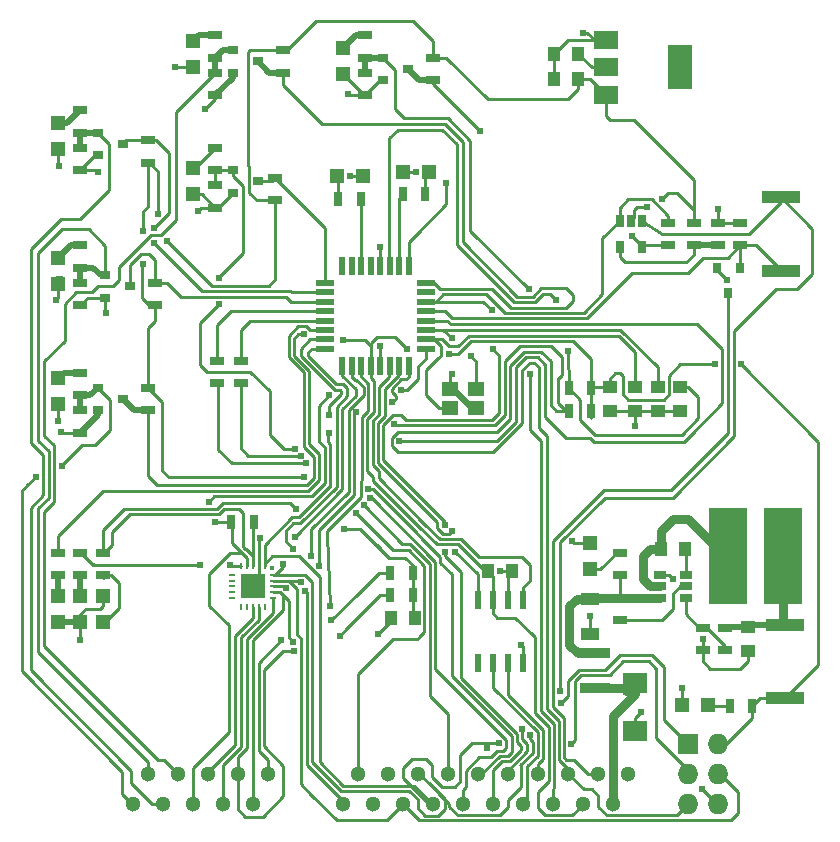
<source format=gtl>
G04 #@! TF.FileFunction,Copper,L1,Top,Signal*
%FSLAX46Y46*%
G04 Gerber Fmt 4.6, Leading zero omitted, Abs format (unit mm)*
G04 Created by KiCad (PCBNEW 4.0.7-e2-6376~58~ubuntu16.04.1) date Wed Dec 20 20:17:26 2017*
%MOMM*%
%LPD*%
G01*
G04 APERTURE LIST*
%ADD10C,0.100000*%
%ADD11R,1.200000X1.200000*%
%ADD12C,1.300000*%
%ADD13R,1.250000X1.000000*%
%ADD14R,0.600000X1.550000*%
%ADD15R,1.300000X0.700000*%
%ADD16R,1.600000X1.000000*%
%ADD17R,1.000000X1.250000*%
%ADD18R,2.159000X1.778000*%
%ADD19R,2.500000X0.900000*%
%ADD20R,3.300000X8.200000*%
%ADD21R,1.727200X1.727200*%
%ADD22O,1.727200X1.727200*%
%ADD23R,0.800000X0.900000*%
%ADD24R,0.900000X0.800000*%
%ADD25R,0.700000X1.300000*%
%ADD26R,3.200000X1.000000*%
%ADD27R,0.650000X1.060000*%
%ADD28R,1.060000X0.650000*%
%ADD29R,0.230000X0.550000*%
%ADD30R,0.550000X0.230000*%
%ADD31R,2.150000X2.150000*%
%ADD32R,0.435000X0.435000*%
%ADD33R,1.400000X1.200000*%
%ADD34R,0.550000X1.600000*%
%ADD35R,1.600000X0.550000*%
%ADD36R,2.000000X3.800000*%
%ADD37R,2.000000X1.500000*%
%ADD38C,0.609600*%
%ADD39C,0.254000*%
%ADD40C,0.508000*%
%ADD41C,0.500000*%
%ADD42C,0.762000*%
%ADD43C,0.200000*%
G04 APERTURE END LIST*
D10*
D11*
X141546400Y-85191600D03*
X143746400Y-85191600D03*
D12*
X161112200Y-135813800D03*
X163652200Y-135813800D03*
X166192200Y-135813800D03*
X158572200Y-135813800D03*
X164922200Y-138353800D03*
X162382200Y-138353800D03*
X159842200Y-138353800D03*
X157302200Y-138353800D03*
X156032200Y-135813800D03*
X154762200Y-138353800D03*
X153492200Y-135813800D03*
X152222200Y-138353800D03*
X150952200Y-135813800D03*
X149682200Y-138353800D03*
X148412200Y-135813800D03*
X147142200Y-138353800D03*
X145872200Y-135813800D03*
X144602200Y-138353800D03*
X143332200Y-135813800D03*
X142062200Y-138353800D03*
D11*
X121742200Y-122943800D03*
X121742200Y-120743800D03*
D13*
X166827200Y-103063800D03*
X166827200Y-105063800D03*
D14*
X157302200Y-121048800D03*
X156032200Y-121048800D03*
X154762200Y-121048800D03*
X153492200Y-121048800D03*
X153492200Y-126448800D03*
X154762200Y-126448800D03*
X156032200Y-126448800D03*
X157302200Y-126448800D03*
D15*
X175717200Y-91043800D03*
X175717200Y-89143800D03*
D13*
X164668200Y-103063800D03*
X164668200Y-105063800D03*
X170637200Y-103063800D03*
X170637200Y-105063800D03*
D16*
X163017200Y-120978800D03*
X163017200Y-123978800D03*
D13*
X168732200Y-103063800D03*
X168732200Y-105063800D03*
D17*
X171002200Y-116763800D03*
X169002200Y-116763800D03*
X161985200Y-77012800D03*
X159985200Y-77012800D03*
D13*
X176352200Y-123383800D03*
X176352200Y-125383800D03*
D17*
X161985200Y-74853800D03*
X159985200Y-74853800D03*
X154397200Y-118668800D03*
X156397200Y-118668800D03*
X148142200Y-122605800D03*
X146142200Y-122605800D03*
D18*
X166763700Y-132194300D03*
X166763700Y-128130300D03*
D11*
X163017200Y-118498800D03*
X163017200Y-116298800D03*
X172956400Y-129997200D03*
X170756400Y-129997200D03*
X129362200Y-84548800D03*
X129362200Y-86748800D03*
X117932200Y-80738800D03*
X117932200Y-82938800D03*
X117932200Y-92168800D03*
X117932200Y-94368800D03*
X117932200Y-102328800D03*
X117932200Y-104528800D03*
X142062200Y-74388800D03*
X142062200Y-76588800D03*
X129362200Y-73753800D03*
X129362200Y-75953800D03*
X119837200Y-120743800D03*
X119837200Y-122943800D03*
X117932200Y-120743800D03*
X117932200Y-122943800D03*
D19*
X163423600Y-128500800D03*
X163423600Y-125600800D03*
D12*
X129362200Y-138353800D03*
X126822200Y-138353800D03*
X124282200Y-138353800D03*
X131902200Y-138353800D03*
X125552200Y-135813800D03*
X128092200Y-135813800D03*
X130632200Y-135813800D03*
X133172200Y-135813800D03*
X134442200Y-138353800D03*
X135712200Y-135813800D03*
D20*
X174637200Y-117398800D03*
X179337200Y-117398800D03*
D21*
X171272200Y-133273800D03*
D22*
X173812200Y-133273800D03*
X171272200Y-135813800D03*
X173812200Y-135813800D03*
X171272200Y-138353800D03*
X173812200Y-138353800D03*
D23*
X175651200Y-92980800D03*
X173751200Y-92980800D03*
X174701200Y-95080800D03*
D24*
X132757200Y-84698800D03*
X132757200Y-86598800D03*
X134857200Y-85648800D03*
X121327200Y-81523800D03*
X121327200Y-83423800D03*
X123427200Y-82473800D03*
X121962200Y-93588800D03*
X121962200Y-95488800D03*
X124062200Y-94538800D03*
X121327200Y-103113800D03*
X121327200Y-105013800D03*
X123427200Y-104063800D03*
X145457200Y-75173800D03*
X145457200Y-77073800D03*
X147557200Y-76123800D03*
X132757200Y-74538800D03*
X132757200Y-76438800D03*
X134857200Y-75488800D03*
D25*
X163078200Y-103174800D03*
X161178200Y-103174800D03*
D15*
X165557200Y-118983800D03*
X165557200Y-117083800D03*
X169621200Y-91043800D03*
X169621200Y-89143800D03*
X165557200Y-120893800D03*
X165557200Y-122793800D03*
D25*
X163078200Y-105079800D03*
X161178200Y-105079800D03*
D15*
X172542200Y-123433800D03*
X172542200Y-125333800D03*
X174447200Y-125333800D03*
X174447200Y-123433800D03*
D26*
X179146200Y-93193800D03*
X179146200Y-86993800D03*
D15*
X171780200Y-91043800D03*
X171780200Y-89143800D03*
D26*
X179527200Y-129388800D03*
X179527200Y-123188800D03*
D15*
X173812200Y-89143800D03*
X173812200Y-91043800D03*
D25*
X176718000Y-130048000D03*
X174818000Y-130048000D03*
D15*
X131267200Y-84693800D03*
X131267200Y-82793800D03*
X119837200Y-81518800D03*
X119837200Y-79618800D03*
X131267200Y-85968800D03*
X131267200Y-87868800D03*
X119837200Y-82793800D03*
X119837200Y-84693800D03*
X136347200Y-87233800D03*
X136347200Y-85333800D03*
X125552200Y-84058800D03*
X125552200Y-82158800D03*
X119837200Y-92948800D03*
X119837200Y-91048800D03*
X119837200Y-103743800D03*
X119837200Y-101843800D03*
X119837200Y-94223800D03*
X119837200Y-96123800D03*
X119837200Y-105018800D03*
X119837200Y-106918800D03*
X126187200Y-96123800D03*
X126187200Y-94223800D03*
X125552200Y-103113800D03*
X125552200Y-105013800D03*
X143967200Y-75168800D03*
X143967200Y-73268800D03*
X131267200Y-75168800D03*
X131267200Y-73268800D03*
X143967200Y-76443800D03*
X143967200Y-78343800D03*
X131267200Y-76443800D03*
X131267200Y-78343800D03*
X149682200Y-75173800D03*
X149682200Y-77073800D03*
X136982200Y-74538800D03*
X136982200Y-76438800D03*
X119837200Y-117083800D03*
X119837200Y-118983800D03*
X117932200Y-117083800D03*
X117932200Y-118983800D03*
X121742200Y-117083800D03*
X121742200Y-118983800D03*
D25*
X147965200Y-120700800D03*
X146065200Y-120700800D03*
X147965200Y-118795800D03*
X146065200Y-118795800D03*
D27*
X167396200Y-88993800D03*
X166446200Y-88993800D03*
X165496200Y-88993800D03*
X165496200Y-91193800D03*
X167396200Y-91193800D03*
D28*
X168902200Y-118988800D03*
X168902200Y-119938800D03*
X168902200Y-120888800D03*
X171102200Y-120888800D03*
X171102200Y-118988800D03*
X171102200Y-119938800D03*
D29*
X135442200Y-118213800D03*
X134942200Y-118213800D03*
X134442200Y-118213800D03*
X133942200Y-118213800D03*
X133442200Y-118213800D03*
D30*
X132717200Y-118938800D03*
X132717200Y-119438800D03*
X132717200Y-119938800D03*
X132717200Y-120438800D03*
X132717200Y-120938800D03*
D29*
X133442200Y-121663800D03*
X133942200Y-121663800D03*
X134442200Y-121663800D03*
X134942200Y-121663800D03*
X135442200Y-121663800D03*
D30*
X136167200Y-120938800D03*
X136167200Y-120438800D03*
X136167200Y-119938800D03*
X136167200Y-119438800D03*
X136167200Y-118938800D03*
D31*
X134442200Y-119938800D03*
D32*
X136044700Y-118336300D03*
D33*
X153322200Y-103263800D03*
X151122200Y-103263800D03*
X151122200Y-104863800D03*
X153322200Y-104863800D03*
D34*
X142030800Y-101278000D03*
X142830800Y-101278000D03*
X143630800Y-101278000D03*
X144430800Y-101278000D03*
X145230800Y-101278000D03*
X146030800Y-101278000D03*
X146830800Y-101278000D03*
X147630800Y-101278000D03*
D35*
X149080800Y-99828000D03*
X149080800Y-99028000D03*
X149080800Y-98228000D03*
X149080800Y-97428000D03*
X149080800Y-96628000D03*
X149080800Y-95828000D03*
X149080800Y-95028000D03*
X149080800Y-94228000D03*
D34*
X147630800Y-92778000D03*
X146830800Y-92778000D03*
X146030800Y-92778000D03*
X145230800Y-92778000D03*
X144430800Y-92778000D03*
X143630800Y-92778000D03*
X142830800Y-92778000D03*
X142030800Y-92778000D03*
D35*
X140580800Y-94228000D03*
X140580800Y-95028000D03*
X140580800Y-95828000D03*
X140580800Y-96628000D03*
X140580800Y-97428000D03*
X140580800Y-98228000D03*
X140580800Y-99028000D03*
X140580800Y-99828000D03*
D36*
X170612200Y-75996800D03*
D37*
X164312200Y-75996800D03*
X164312200Y-78296800D03*
X164312200Y-73696800D03*
D25*
X134503200Y-114503200D03*
X132603200Y-114503200D03*
D11*
X149334400Y-84836000D03*
X147134400Y-84836000D03*
D15*
X131368800Y-102753200D03*
X131368800Y-100853200D03*
X133400800Y-102753200D03*
X133400800Y-100853200D03*
D25*
X147132000Y-86715600D03*
X149032000Y-86715600D03*
X143596400Y-87122000D03*
X141696400Y-87122000D03*
D38*
X138760200Y-98602800D03*
X142062200Y-99047300D03*
X175780700Y-101142800D03*
X173558200Y-101142800D03*
X147523200Y-99809300D03*
X151015700Y-100253800D03*
X142646400Y-85191600D03*
X148234400Y-84836000D03*
X145034000Y-123952000D03*
X170789600Y-128524000D03*
X129794000Y-88138000D03*
X118211600Y-106883200D03*
X121310400Y-84836000D03*
X142494000Y-78282800D03*
X135077200Y-115824000D03*
X167335200Y-130543300D03*
X172478700Y-137083800D03*
X119837200Y-124510800D03*
X157175200Y-124891800D03*
X155397200Y-118605300D03*
X151333200Y-101968300D03*
X127838200Y-75933300D03*
X174574200Y-93967300D03*
X173812200Y-87998300D03*
X166573200Y-90284300D03*
X166827200Y-106349800D03*
X117932200Y-105905300D03*
X117741700Y-95681800D03*
X172542200Y-124383800D03*
X163017200Y-122478800D03*
X161429700Y-116128800D03*
X170002200Y-119303800D03*
X162382200Y-73075800D03*
X145237200Y-99618800D03*
X145237200Y-91236800D03*
X130378200Y-79552800D03*
X121996200Y-96824800D03*
X118059200Y-84378800D03*
X160096200Y-95681800D03*
X161112200Y-99999800D03*
X152882419Y-100426916D03*
X151269700Y-98920300D03*
X138785600Y-110693200D03*
X143205200Y-113690400D03*
X127139700Y-90665300D03*
X126377700Y-88379300D03*
X167843200Y-87807800D03*
X169113200Y-87172800D03*
X125171200Y-92633800D03*
X125171200Y-89839800D03*
X142138400Y-115062000D03*
X138125200Y-113398300D03*
X160528000Y-129844800D03*
X157886400Y-132486400D03*
X137998200Y-115747800D03*
X136982200Y-118033800D03*
X138506200Y-119557800D03*
X139395200Y-117398800D03*
X151587200Y-117017800D03*
X151282400Y-115265200D03*
X155295600Y-133197600D03*
X154228800Y-133604000D03*
X161391600Y-133299200D03*
X146848960Y-107628468D03*
X140919200Y-106984800D03*
X154686000Y-96570800D03*
X154736800Y-99872800D03*
X150672800Y-114706400D03*
X150723600Y-116992400D03*
X153670000Y-81381600D03*
X150825200Y-85750400D03*
X126060200Y-89585800D03*
X126060200Y-90855800D03*
X140919200Y-105410000D03*
X146405600Y-106222800D03*
X137871200Y-116763800D03*
X137236200Y-120065800D03*
X118313200Y-109728000D03*
X116078000Y-110642400D03*
X146964400Y-103327200D03*
X140919200Y-103733600D03*
X130708400Y-112776000D03*
X131216400Y-114503200D03*
X141833600Y-124104400D03*
X137922000Y-125425200D03*
X137871200Y-124637800D03*
X141099037Y-122760799D03*
X138938000Y-109524800D03*
X143814800Y-113080800D03*
X138480800Y-108915200D03*
X144322800Y-112471200D03*
X160477200Y-128828800D03*
X157226000Y-131978400D03*
X138023600Y-108305600D03*
X131572000Y-93827600D03*
X144221200Y-111709200D03*
X131572000Y-96062800D03*
X157886400Y-101955600D03*
X157835600Y-94792800D03*
X129946400Y-118160800D03*
X132473700Y-118160800D03*
X140970000Y-121615200D03*
X136855200Y-124510800D03*
X146253200Y-104343200D03*
X143205200Y-105206800D03*
X138836400Y-120294400D03*
X140055600Y-118211600D03*
D39*
X139209430Y-101684170D02*
X139209430Y-107916630D01*
X121754900Y-111861600D02*
X121310400Y-112306100D01*
X139141200Y-111861600D02*
X121754900Y-111861600D01*
X140055600Y-110947200D02*
X139141200Y-111861600D01*
X140055600Y-108762800D02*
X140055600Y-110947200D01*
X139209430Y-107916630D02*
X140055600Y-108762800D01*
X137922000Y-100396740D02*
X137922000Y-100177600D01*
X139209430Y-101684170D02*
X137922000Y-100396740D01*
X144145000Y-105918000D02*
X144145000Y-105740200D01*
X144678400Y-102558800D02*
X144430800Y-102311200D01*
X144678400Y-105206800D02*
X144678400Y-102558800D01*
X144145000Y-105740200D02*
X144678400Y-105206800D01*
X144145000Y-110159800D02*
X144145000Y-105918000D01*
X144430800Y-102311200D02*
X144430800Y-101278000D01*
X158318200Y-129082800D02*
X158318200Y-130683000D01*
X158318200Y-130683000D02*
X159512000Y-131876800D01*
X148513800Y-114884200D02*
X144627600Y-110998000D01*
X144627600Y-110642400D02*
X144145000Y-110159800D01*
X144627600Y-110998000D02*
X144627600Y-110642400D01*
X150063200Y-116382800D02*
X150012400Y-116382800D01*
X154127200Y-118668800D02*
X151841200Y-116382800D01*
X150063200Y-116382800D02*
X151841200Y-116382800D01*
X148513800Y-114884200D02*
X150012400Y-116382800D01*
X162382200Y-138353800D02*
X162382200Y-138404600D01*
X162382200Y-138404600D02*
X161493200Y-139293600D01*
X161493200Y-139293600D02*
X159207200Y-139293600D01*
X159207200Y-139293600D02*
X158597600Y-138684000D01*
X158597600Y-138684000D02*
X158597600Y-137312400D01*
X158597600Y-137312400D02*
X159512000Y-136398000D01*
X159512000Y-136398000D02*
X159512000Y-131876800D01*
X162382200Y-138353800D02*
X161874200Y-138353800D01*
X117932200Y-115684300D02*
X121310400Y-112306100D01*
X117932200Y-117083800D02*
X117932200Y-115684300D01*
X138760200Y-98602800D02*
X138277600Y-98602800D01*
X142951200Y-99047300D02*
X143903700Y-99047300D01*
X144475200Y-99618800D02*
X144475200Y-101233600D01*
X143903700Y-99047300D02*
X144475200Y-99618800D01*
X142062200Y-99047300D02*
X142951200Y-99047300D01*
X138277600Y-98602800D02*
X137922000Y-98958400D01*
X137922000Y-98958400D02*
X137922000Y-100177600D01*
X173812200Y-133273800D02*
X174523400Y-133273800D01*
X174523400Y-133273800D02*
X176718000Y-131079200D01*
X176718000Y-131079200D02*
X176718000Y-130048000D01*
X179527200Y-129388800D02*
X177377200Y-129388800D01*
X177377200Y-129388800D02*
X176718000Y-130048000D01*
X164668200Y-103063800D02*
X164668200Y-102349300D01*
X182321200Y-126594800D02*
X179527200Y-129388800D01*
X182321200Y-107683300D02*
X182321200Y-126594800D01*
X175780700Y-101142800D02*
X182321200Y-107683300D01*
X170637200Y-101142800D02*
X173558200Y-101142800D01*
X169684700Y-102095300D02*
X170637200Y-101142800D01*
X169684700Y-103682800D02*
X169684700Y-102095300D01*
X169240200Y-104127300D02*
X169684700Y-103682800D01*
X166192200Y-104127300D02*
X169240200Y-104127300D01*
X165747700Y-103682800D02*
X166192200Y-104127300D01*
X165747700Y-102158800D02*
X165747700Y-103682800D01*
X165493700Y-101904800D02*
X165747700Y-102158800D01*
X165112700Y-101904800D02*
X165493700Y-101904800D01*
X164668200Y-102349300D02*
X165112700Y-101904800D01*
X162128200Y-138099800D02*
X162382200Y-138353800D01*
X158064200Y-124002800D02*
X156667200Y-122605800D01*
X156667200Y-122605800D02*
X155143200Y-122605800D01*
X155143200Y-122605800D02*
X154762200Y-122224800D01*
X154762200Y-122224800D02*
X154762200Y-121048800D01*
X158318200Y-128003300D02*
X158318200Y-124256800D01*
X158318200Y-124256800D02*
X158064200Y-124002800D01*
X158318200Y-129082800D02*
X158318200Y-128003300D01*
X162128200Y-138099800D02*
X162382200Y-138353800D01*
X173812200Y-133273800D02*
X173812200Y-132638800D01*
X163078200Y-103174800D02*
X163078200Y-100695800D01*
X144430800Y-99345700D02*
X144430800Y-101278000D01*
X144983200Y-98793300D02*
X144430800Y-99345700D01*
X146507200Y-98793300D02*
X144983200Y-98793300D01*
X147523200Y-99809300D02*
X146507200Y-98793300D01*
X151841200Y-100253800D02*
X151015700Y-100253800D01*
X152920700Y-99174300D02*
X151841200Y-100253800D01*
X161556700Y-99174300D02*
X152920700Y-99174300D01*
X163078200Y-100695800D02*
X161556700Y-99174300D01*
X144475200Y-101233600D02*
X144430800Y-101278000D01*
X164668200Y-103063800D02*
X163189200Y-103063800D01*
X163189200Y-103063800D02*
X163078200Y-103174800D01*
X163078200Y-103174800D02*
X163078200Y-105079800D01*
X163078200Y-105079800D02*
X163078200Y-105648800D01*
X164811200Y-103174800D02*
X164922200Y-103063800D01*
X154762200Y-121048800D02*
X154762200Y-119033800D01*
X154762200Y-119033800D02*
X154397200Y-118668800D01*
X154397200Y-118668800D02*
X154127200Y-118668800D01*
X173812200Y-133273800D02*
X174447200Y-133273800D01*
X144430800Y-101278000D02*
X144430800Y-101949200D01*
X143746400Y-85191600D02*
X142646400Y-85191600D01*
X147134400Y-84836000D02*
X148234400Y-84836000D01*
X146142200Y-122605800D02*
X146142200Y-122843800D01*
X146142200Y-122843800D02*
X145034000Y-123952000D01*
X170756400Y-129997200D02*
X170756400Y-128557200D01*
X170756400Y-128557200D02*
X170789600Y-128524000D01*
X159985200Y-77012800D02*
X159985200Y-74853800D01*
X131267200Y-87868800D02*
X130063200Y-87868800D01*
X130063200Y-87868800D02*
X129794000Y-88138000D01*
X119837200Y-106918800D02*
X118247200Y-106918800D01*
X118247200Y-106918800D02*
X118211600Y-106883200D01*
X119837200Y-84693800D02*
X121168200Y-84693800D01*
X121168200Y-84693800D02*
X121310400Y-84836000D01*
X143967200Y-78343800D02*
X142555000Y-78343800D01*
X142555000Y-78343800D02*
X142494000Y-78282800D01*
X134942200Y-118213800D02*
X134942200Y-115959000D01*
X134942200Y-115959000D02*
X135077200Y-115824000D01*
X166763700Y-132194300D02*
X166763700Y-131114800D01*
X166763700Y-131114800D02*
X167335200Y-130543300D01*
X173812200Y-138353800D02*
X173748700Y-138353800D01*
X173748700Y-138353800D02*
X172478700Y-137083800D01*
X173812200Y-138353800D02*
X173812200Y-137782300D01*
X173812200Y-138353800D02*
X173812200Y-137947398D01*
X134942200Y-118213800D02*
X134942200Y-119438800D01*
X134942200Y-119438800D02*
X134442200Y-119938800D01*
X121742200Y-120743800D02*
X121742200Y-121589800D01*
X119837200Y-122288300D02*
X119837200Y-122943800D01*
X120281700Y-121843800D02*
X119837200Y-122288300D01*
X121488200Y-121843800D02*
X120281700Y-121843800D01*
X121742200Y-121589800D02*
X121488200Y-121843800D01*
X119837200Y-122943800D02*
X119837200Y-124510800D01*
X157302200Y-126448800D02*
X157302200Y-125018800D01*
X157302200Y-125018800D02*
X157175200Y-124891800D01*
X156397200Y-118668800D02*
X155460700Y-118668800D01*
X155460700Y-118668800D02*
X155397200Y-118605300D01*
X156032200Y-121048800D02*
X156032200Y-119033800D01*
X156032200Y-119033800D02*
X156397200Y-118668800D01*
X151122200Y-103263800D02*
X151122200Y-102179300D01*
X151122200Y-102179300D02*
X151333200Y-101968300D01*
X129362200Y-75953800D02*
X127858700Y-75953800D01*
X127858700Y-75953800D02*
X127838200Y-75933300D01*
X173751200Y-92980800D02*
X173751200Y-93144300D01*
X173751200Y-93144300D02*
X174574200Y-93967300D01*
X173812200Y-89143800D02*
X173812200Y-87998300D01*
X169621200Y-91043800D02*
X167546200Y-91043800D01*
X167546200Y-91043800D02*
X167396200Y-91193800D01*
X167396200Y-91193800D02*
X167396200Y-91107300D01*
X167396200Y-91107300D02*
X166573200Y-90284300D01*
X166827200Y-105063800D02*
X166827200Y-106349800D01*
X117932200Y-104528800D02*
X117932200Y-105905300D01*
X117932200Y-94368800D02*
X117932200Y-95491300D01*
X117932200Y-95491300D02*
X117741700Y-95681800D01*
X131267200Y-87868800D02*
X131487200Y-87868800D01*
X131487200Y-87868800D02*
X132757200Y-86598800D01*
X129362200Y-86748800D02*
X130147200Y-86748800D01*
X130147200Y-86748800D02*
X131267200Y-87868800D01*
X164668200Y-105063800D02*
X166827200Y-105063800D01*
X168732200Y-105063800D02*
X166827200Y-105063800D01*
X170637200Y-105063800D02*
X168732200Y-105063800D01*
X175717200Y-89143800D02*
X173812200Y-89143800D01*
X172542200Y-125333800D02*
X172542200Y-124383800D01*
X163017200Y-123978800D02*
X163017200Y-122478800D01*
X163017200Y-116298800D02*
X161599700Y-116298800D01*
X161599700Y-116298800D02*
X161429700Y-116128800D01*
X168902200Y-118988800D02*
X169687200Y-118988800D01*
X169687200Y-118988800D02*
X170002200Y-119303800D01*
X172542200Y-125333800D02*
X172542200Y-126288800D01*
X176352200Y-126288800D02*
X176352200Y-125383800D01*
X175717200Y-126923800D02*
X176352200Y-126288800D01*
X173177200Y-126923800D02*
X175717200Y-126923800D01*
X172542200Y-126288800D02*
X173177200Y-126923800D01*
X164312200Y-73696800D02*
X161142200Y-73696800D01*
X161142200Y-73696800D02*
X159985200Y-74853800D01*
X164312200Y-73696800D02*
X163384200Y-73696800D01*
X163384200Y-73696800D02*
X162763200Y-73075800D01*
X162763200Y-73075800D02*
X162382200Y-73075800D01*
X163790200Y-74218800D02*
X164312200Y-73696800D01*
X145230800Y-101278000D02*
X145230800Y-99625200D01*
X145230800Y-99625200D02*
X145237200Y-99618800D01*
X145230800Y-92778000D02*
X145230800Y-91243200D01*
X145230800Y-91243200D02*
X145237200Y-91236800D01*
X131267200Y-78343800D02*
X131267200Y-78663800D01*
X131267200Y-78663800D02*
X130378200Y-79552800D01*
X143967200Y-78343800D02*
X143817200Y-78343800D01*
X143817200Y-78343800D02*
X142062200Y-76588800D01*
X145457200Y-77073800D02*
X145237200Y-77073800D01*
X145237200Y-77073800D02*
X143967200Y-78343800D01*
X121962200Y-95488800D02*
X120472200Y-95488800D01*
X120472200Y-95488800D02*
X119837200Y-96123800D01*
X121962200Y-95488800D02*
X121962200Y-96790800D01*
X121962200Y-96790800D02*
X121996200Y-96824800D01*
X121327200Y-83423800D02*
X121107200Y-83423800D01*
X121107200Y-83423800D02*
X119837200Y-84693800D01*
X117932200Y-82938800D02*
X117932200Y-84251800D01*
X117932200Y-84251800D02*
X118059200Y-84378800D01*
D40*
X117932200Y-122943800D02*
X119837200Y-122943800D01*
X117832200Y-122843800D02*
X117932200Y-122943800D01*
X151422200Y-103263800D02*
X151122200Y-103263800D01*
X119837200Y-106918800D02*
X121327200Y-105428800D01*
X121327200Y-105013800D02*
X121327200Y-105428800D01*
X119687200Y-96123800D02*
X119837200Y-96123800D01*
X132757200Y-76438800D02*
X132757200Y-76853800D01*
X132757200Y-76853800D02*
X131267200Y-78343800D01*
X151422200Y-103263800D02*
X153022200Y-104863800D01*
X153022200Y-104863800D02*
X153322200Y-104863800D01*
D41*
X118186200Y-122766000D02*
X118160800Y-122791400D01*
X141986000Y-76411000D02*
X142136000Y-76411000D01*
X117856000Y-104732000D02*
X118006000Y-104732000D01*
X117856000Y-93886200D02*
X118260000Y-93886200D01*
D39*
X151688800Y-86055200D02*
X151688800Y-82499200D01*
X150469600Y-81280000D02*
X147218400Y-81280000D01*
X151688800Y-82499200D02*
X150469600Y-81280000D01*
X151688800Y-91033600D02*
X151688800Y-86055200D01*
X145999200Y-81991200D02*
X145999200Y-87426800D01*
X146710400Y-81280000D02*
X145999200Y-81991200D01*
X147218400Y-81280000D02*
X146710400Y-81280000D01*
X145999200Y-87426800D02*
X145999200Y-92746400D01*
X145999200Y-92746400D02*
X146030800Y-92778000D01*
X145999200Y-92746400D02*
X146030800Y-92778000D01*
X159613600Y-95199200D02*
X159004000Y-95199200D01*
X156514800Y-95859600D02*
X151688800Y-91033600D01*
X158343600Y-95859600D02*
X156514800Y-95859600D01*
X159004000Y-95199200D02*
X158343600Y-95859600D01*
X161178200Y-103174800D02*
X161114700Y-100002300D01*
X160096200Y-95681800D02*
X159613600Y-95199200D01*
X161114700Y-100002300D02*
X161112200Y-99999800D01*
X170637200Y-103063800D02*
X171288200Y-103063800D01*
X162128200Y-104124800D02*
X161178200Y-103174800D01*
X162128200Y-105841800D02*
X162128200Y-104124800D01*
X163398200Y-107111800D02*
X162128200Y-105841800D01*
X170764200Y-107111800D02*
X163398200Y-107111800D01*
X172161200Y-105714800D02*
X170764200Y-107111800D01*
X172161200Y-103936800D02*
X172161200Y-105714800D01*
X171288200Y-103063800D02*
X172161200Y-103936800D01*
D42*
X163017200Y-120978800D02*
X161850200Y-120978800D01*
X161850200Y-120978800D02*
X161239200Y-121589800D01*
X161239200Y-121589800D02*
X161239200Y-124866400D01*
X161239200Y-124866400D02*
X161973600Y-125600800D01*
X161973600Y-125600800D02*
X163423600Y-125600800D01*
X161239200Y-121589800D02*
X161850200Y-120978800D01*
D39*
X165557200Y-118983800D02*
X165557200Y-120893800D01*
D42*
X165557200Y-120893800D02*
X163102200Y-120893800D01*
X163102200Y-120893800D02*
X163017200Y-120978800D01*
X168902200Y-120888800D02*
X165562200Y-120888800D01*
X165562200Y-120888800D02*
X165557200Y-120893800D01*
D39*
X153322200Y-101460300D02*
X153322200Y-100909300D01*
X153322200Y-100909300D02*
X152882419Y-100426916D01*
X149080800Y-98228000D02*
X150577400Y-98228000D01*
X153322200Y-101460300D02*
X153322200Y-103263800D01*
X150577400Y-98228000D02*
X151269700Y-98920300D01*
X168732200Y-103063800D02*
X168732200Y-101396800D01*
X165563400Y-98228000D02*
X149080800Y-98228000D01*
X168732200Y-101396800D02*
X165563400Y-98228000D01*
X150126700Y-100634800D02*
X150348950Y-100412550D01*
X150348950Y-100412550D02*
X150348950Y-99587050D01*
X150126700Y-100634800D02*
X149110700Y-101650800D01*
X149110700Y-103746300D02*
X149809200Y-104444800D01*
X149110700Y-101650800D02*
X149110700Y-103746300D01*
X151269700Y-99618800D02*
X151079200Y-99618800D01*
X150488400Y-99028000D02*
X149080800Y-99028000D01*
X151079200Y-99618800D02*
X150488400Y-99028000D01*
X150348950Y-99587050D02*
X149789900Y-99028000D01*
X149789900Y-99028000D02*
X149080800Y-99028000D01*
X150234400Y-99028000D02*
X149080800Y-99028000D01*
X153238200Y-98699670D02*
X152760330Y-98699670D01*
X166827200Y-100066540D02*
X165968330Y-99207670D01*
X166827200Y-103063800D02*
X166827200Y-100066540D01*
X165460330Y-98699670D02*
X153238200Y-98699670D01*
X165968330Y-99207670D02*
X165460330Y-98699670D01*
X152760330Y-98699670D02*
X151841200Y-99618800D01*
X151841200Y-99618800D02*
X151269700Y-99618800D01*
X150234400Y-99028000D02*
X149080800Y-99028000D01*
X149080800Y-99028000D02*
X150234400Y-99028000D01*
X150228200Y-104863800D02*
X151122200Y-104863800D01*
X149809200Y-104444800D02*
X150228200Y-104863800D01*
X171102200Y-118988800D02*
X171102200Y-116863800D01*
X171102200Y-116863800D02*
X171002200Y-116763800D01*
D42*
X169002200Y-116763800D02*
X168097200Y-116763800D01*
X168097200Y-119938800D02*
X168902200Y-119938800D01*
X167462200Y-119303800D02*
X168097200Y-119938800D01*
X167462200Y-117398800D02*
X167462200Y-119303800D01*
X168097200Y-116763800D02*
X167462200Y-117398800D01*
X174637200Y-117398800D02*
X174447200Y-117398800D01*
X174447200Y-117398800D02*
X171272200Y-114223800D01*
X171272200Y-114223800D02*
X170002200Y-114223800D01*
X170002200Y-114223800D02*
X169002200Y-115223800D01*
X169002200Y-115223800D02*
X169002200Y-116763800D01*
D39*
X138785600Y-110693200D02*
X138023600Y-110693200D01*
X134124700Y-86601300D02*
X134124700Y-84391500D01*
X134124700Y-84391500D02*
X133997700Y-84264500D01*
X148945600Y-118211600D02*
X148945600Y-123799600D01*
X148945600Y-123799600D02*
X148539200Y-124206000D01*
X138785600Y-110693200D02*
X138023600Y-110693200D01*
X138023600Y-110693200D02*
X137312400Y-110693200D01*
X148945600Y-118211600D02*
X147624800Y-116890800D01*
X148082000Y-124358400D02*
X148386800Y-124358400D01*
X143332200Y-127330200D02*
X146304000Y-124358400D01*
X146304000Y-124358400D02*
X148082000Y-124358400D01*
X143332200Y-135813800D02*
X143332200Y-127330200D01*
X148386800Y-124358400D02*
X148539200Y-124206000D01*
X137312400Y-110693200D02*
X127304800Y-110693200D01*
X126746000Y-104307600D02*
X125552200Y-103113800D01*
X126746000Y-110134400D02*
X126746000Y-104307600D01*
X127304800Y-110693200D02*
X126746000Y-110134400D01*
X146304000Y-116890800D02*
X143205200Y-113690400D01*
X147624800Y-116890800D02*
X146304000Y-116890800D01*
X125552200Y-103113800D02*
X125552200Y-98094800D01*
X125552200Y-98094800D02*
X126187200Y-97459800D01*
X126187200Y-97459800D02*
X126187200Y-96123800D01*
X136347200Y-87233800D02*
X134757200Y-87233800D01*
X134185700Y-74538800D02*
X136982200Y-74538800D01*
X133997700Y-74726800D02*
X134185700Y-74538800D01*
X133997700Y-84264500D02*
X133997700Y-74726800D01*
X134757200Y-87233800D02*
X134124700Y-86601300D01*
X136347200Y-88252300D02*
X136347200Y-93903800D01*
X130949700Y-94475300D02*
X127965200Y-91490800D01*
X135775700Y-94475300D02*
X130949700Y-94475300D01*
X136347200Y-93903800D02*
X135775700Y-94475300D01*
X171780200Y-89143800D02*
X171780200Y-85521800D01*
X164312200Y-80085800D02*
X164312200Y-78296800D01*
X164668200Y-80441800D02*
X164312200Y-80085800D01*
X166700200Y-80441800D02*
X164668200Y-80441800D01*
X171780200Y-85521800D02*
X166700200Y-80441800D01*
X161985200Y-77012800D02*
X161985200Y-77790800D01*
X150827700Y-75173800D02*
X149682200Y-75173800D01*
X154317700Y-78663800D02*
X150827700Y-75173800D01*
X161112200Y-78663800D02*
X154317700Y-78663800D01*
X161985200Y-77790800D02*
X161112200Y-78663800D01*
X136982200Y-74538800D02*
X137297200Y-74538800D01*
X137297200Y-74538800D02*
X139776200Y-72059800D01*
X149682200Y-73774300D02*
X149682200Y-75173800D01*
X147967700Y-72059800D02*
X149682200Y-73774300D01*
X139776200Y-72059800D02*
X147967700Y-72059800D01*
X125552200Y-84058800D02*
X125676700Y-84058800D01*
X125676700Y-84058800D02*
X126377700Y-84759800D01*
X136347200Y-88252300D02*
X136347200Y-87233800D01*
X127139700Y-90665300D02*
X127965200Y-91490800D01*
X126377700Y-84759800D02*
X126377700Y-88379300D01*
X169748200Y-86664800D02*
X169621200Y-86664800D01*
X166700200Y-88061800D02*
X166700200Y-88739800D01*
X166954200Y-87807800D02*
X166700200Y-88061800D01*
X167843200Y-87807800D02*
X166954200Y-87807800D01*
X169621200Y-86664800D02*
X169113200Y-87172800D01*
X166700200Y-88739800D02*
X166446200Y-88993800D01*
X171780200Y-88061800D02*
X171780200Y-89143800D01*
X170383200Y-86664800D02*
X171780200Y-88061800D01*
X169748200Y-86664800D02*
X170383200Y-86664800D01*
X125552200Y-84058800D02*
X125552200Y-87807800D01*
X125044200Y-95554800D02*
X125613200Y-96123800D01*
X125044200Y-92760800D02*
X125044200Y-95554800D01*
X125171200Y-92633800D02*
X125044200Y-92760800D01*
X125171200Y-88188800D02*
X125171200Y-89839800D01*
X125552200Y-87807800D02*
X125171200Y-88188800D01*
X125613200Y-96123800D02*
X126187200Y-96123800D01*
X161985200Y-77012800D02*
X163028200Y-77012800D01*
X163028200Y-77012800D02*
X164312200Y-78296800D01*
X164312200Y-78296800D02*
X163793200Y-78296800D01*
D40*
X149682200Y-75173800D02*
X149367200Y-75173800D01*
X176352200Y-123383800D02*
X174497200Y-123383800D01*
X174497200Y-123383800D02*
X174447200Y-123433800D01*
X179527200Y-123188800D02*
X176547200Y-123188800D01*
X176547200Y-123188800D02*
X176352200Y-123383800D01*
D42*
X179337200Y-117398800D02*
X179337200Y-122998800D01*
X179337200Y-122998800D02*
X179527200Y-123188800D01*
D39*
X164312200Y-75996800D02*
X163128200Y-75996800D01*
X163128200Y-75996800D02*
X161985200Y-74853800D01*
X165049200Y-75996800D02*
X164312200Y-75996800D01*
X131597400Y-113817400D02*
X124028200Y-113817400D01*
X124028200Y-113817400D02*
X123698000Y-114147600D01*
X132588000Y-112896650D02*
X131908550Y-112896650D01*
X131419600Y-113385600D02*
X123532900Y-113385600D01*
X131908550Y-112896650D02*
X131419600Y-113385600D01*
X132384800Y-113411000D02*
X132003800Y-113411000D01*
X132003800Y-113411000D02*
X131597400Y-113817400D01*
X132588000Y-112896650D02*
X137623550Y-112896650D01*
X137623550Y-112896650D02*
X138125200Y-113398300D01*
X133273800Y-113411000D02*
X132384800Y-113411000D01*
X143002000Y-115062000D02*
X143002000Y-115049300D01*
X142989300Y-115049300D02*
X143002000Y-115062000D01*
X142151100Y-115049300D02*
X142989300Y-115049300D01*
X142138400Y-115062000D02*
X142151100Y-115049300D01*
X142697200Y-115049300D02*
X143002000Y-115049300D01*
X143002000Y-115049300D02*
X143497300Y-115049300D01*
X143497300Y-115049300D02*
X145954750Y-117506750D01*
X142697200Y-115049300D02*
X143522700Y-115049300D01*
X147313650Y-117506750D02*
X145954750Y-117506750D01*
X147965200Y-118158300D02*
X147313650Y-117506750D01*
X145084800Y-116611400D02*
X143522700Y-115049300D01*
X145084800Y-116636800D02*
X145084800Y-116611400D01*
X145954750Y-117506750D02*
X145084800Y-116636800D01*
X133845300Y-116801900D02*
X133819900Y-116801900D01*
X122478800Y-116433600D02*
X121828600Y-117083800D01*
X122478800Y-115366800D02*
X122478800Y-116433600D01*
X123698000Y-114147600D02*
X122478800Y-115366800D01*
X133604000Y-113741200D02*
X133273800Y-113411000D01*
X133604000Y-116586000D02*
X133604000Y-113741200D01*
X133819900Y-116801900D02*
X133604000Y-116586000D01*
X121828600Y-117083800D02*
X121742200Y-117083800D01*
X134442200Y-118213800D02*
X134442200Y-114564200D01*
X134442200Y-114564200D02*
X134503200Y-114503200D01*
X134442200Y-118213800D02*
X134442200Y-117398800D01*
X134442200Y-117398800D02*
X133845300Y-116801900D01*
X121742200Y-115176300D02*
X121742200Y-117083800D01*
X123532900Y-113385600D02*
X121742200Y-115176300D01*
X147965200Y-118795800D02*
X147965200Y-118158300D01*
X147965200Y-120700800D02*
X147965200Y-122428800D01*
X147965200Y-122428800D02*
X148142200Y-122605800D01*
X147965200Y-118795800D02*
X147965200Y-120700800D01*
D42*
X163423600Y-128500800D02*
X166393200Y-128500800D01*
X166393200Y-128500800D02*
X166763700Y-128130300D01*
X166075700Y-128818300D02*
X166763700Y-128130300D01*
X166192200Y-129654300D02*
X166763700Y-129082800D01*
X166763700Y-129082800D02*
X166763700Y-128130300D01*
X164922200Y-138353800D02*
X164922200Y-130924300D01*
X166763700Y-129082800D02*
X166763700Y-128130300D01*
X164922200Y-130924300D02*
X166192200Y-129654300D01*
X166763700Y-128130300D02*
X166319200Y-128130300D01*
X166192200Y-128066800D02*
X166700200Y-128066800D01*
D39*
X165557200Y-117083800D02*
X165237200Y-117083800D01*
X165237200Y-117083800D02*
X163822200Y-118498800D01*
X163822200Y-118498800D02*
X163017200Y-118498800D01*
X174818000Y-130048000D02*
X173007200Y-130048000D01*
X173007200Y-130048000D02*
X172956400Y-129997200D01*
X129362200Y-84548800D02*
X129512200Y-84548800D01*
X129512200Y-84548800D02*
X131267200Y-82793800D01*
D40*
X117932200Y-80738800D02*
X118717200Y-80738800D01*
X118717200Y-80738800D02*
X119837200Y-79618800D01*
X119837200Y-91048800D02*
X119052200Y-91048800D01*
X119052200Y-91048800D02*
X117932200Y-92168800D01*
X119837200Y-101843800D02*
X118417200Y-101843800D01*
X118417200Y-101843800D02*
X117932200Y-102328800D01*
X143967200Y-73268800D02*
X143182200Y-73268800D01*
X143182200Y-73268800D02*
X142062200Y-74388800D01*
X131267200Y-73268800D02*
X129847200Y-73268800D01*
X129847200Y-73268800D02*
X129362200Y-73753800D01*
X119837200Y-118983800D02*
X119837200Y-120743800D01*
D41*
X119964200Y-119060000D02*
X119938800Y-119034600D01*
D40*
X117932200Y-118983800D02*
X117932200Y-120743800D01*
D39*
X121742200Y-122943800D02*
X121912200Y-122943800D01*
X121912200Y-122943800D02*
X123075700Y-121780300D01*
X123075700Y-121780300D02*
X123075700Y-119621300D01*
X123075700Y-119621300D02*
X122438200Y-118983800D01*
X122438200Y-118983800D02*
X121742200Y-118983800D01*
D40*
X121642200Y-122943800D02*
X121742200Y-122843800D01*
D39*
X121996200Y-118983800D02*
X122057200Y-118983800D01*
X121996200Y-118983800D02*
X121930200Y-118983800D01*
X121742200Y-119237800D02*
X121996200Y-118983800D01*
X142030800Y-101278000D02*
X142030800Y-102102000D01*
X143154400Y-103819260D02*
X142030800Y-104942860D01*
X143154400Y-103225600D02*
X143154400Y-103819260D01*
X142030800Y-102102000D02*
X143154400Y-103225600D01*
X150317200Y-137617200D02*
X151079200Y-138379200D01*
X151079200Y-138379200D02*
X151079200Y-138582400D01*
X151079200Y-138582400D02*
X151790400Y-139293600D01*
X151079200Y-138379200D02*
X150469600Y-137769600D01*
X150469600Y-137769600D02*
X150317200Y-137617200D01*
X150317200Y-137617200D02*
X149402800Y-136702800D01*
X165557200Y-125730000D02*
X164287200Y-127000000D01*
X168249600Y-125730000D02*
X169265600Y-126746000D01*
X165557200Y-125730000D02*
X168249600Y-125730000D01*
X169265600Y-128422400D02*
X169265600Y-126746000D01*
X171272200Y-133273800D02*
X169265600Y-131267200D01*
X169265600Y-131267200D02*
X169265600Y-128422400D01*
X162458400Y-127000000D02*
X162052000Y-127000000D01*
X161137600Y-127914400D02*
X161137600Y-129235200D01*
X162052000Y-127000000D02*
X161137600Y-127914400D01*
X163525200Y-127000000D02*
X164287200Y-127000000D01*
X163525200Y-127000000D02*
X162458400Y-127000000D01*
X161137600Y-129235200D02*
X160528000Y-129844800D01*
X157124400Y-135059769D02*
X157124400Y-136906000D01*
X157124400Y-136906000D02*
X156006800Y-138023600D01*
X156006800Y-138023600D02*
X156006800Y-138633198D01*
X156006800Y-138633198D02*
X155346398Y-139293600D01*
X155346398Y-139293600D02*
X151892000Y-139293600D01*
X157886400Y-132892800D02*
X158140398Y-133146798D01*
X158140398Y-133146798D02*
X158140398Y-134026340D01*
X158140398Y-134026340D02*
X157106969Y-135059769D01*
X157106969Y-135059769D02*
X157124400Y-135059769D01*
X157886400Y-132486400D02*
X157886400Y-132892800D01*
X148412200Y-135813800D02*
X148513800Y-135813800D01*
X148513800Y-135813800D02*
X149402800Y-136702800D01*
X149402800Y-136702800D02*
X150672800Y-137972800D01*
X136167200Y-118938800D02*
X138852400Y-118938800D01*
X139446000Y-119532400D02*
X139446000Y-132181600D01*
X138852400Y-118938800D02*
X139446000Y-119532400D01*
X139446000Y-132181600D02*
X139446000Y-133502400D01*
X149860000Y-139344398D02*
X149047198Y-139344398D01*
X149047198Y-139344398D02*
X148386800Y-138684000D01*
X148386800Y-138684000D02*
X148386800Y-137972800D01*
X148386800Y-137972800D02*
X147675600Y-137261600D01*
X147675600Y-137261600D02*
X141884400Y-137261600D01*
X141884400Y-137261600D02*
X139446000Y-134823200D01*
X139446000Y-134823200D02*
X139446000Y-133502400D01*
X150114002Y-139344398D02*
X150672800Y-138785600D01*
X150672800Y-138785600D02*
X150672800Y-137972800D01*
X149860000Y-139344398D02*
X150114002Y-139344398D01*
X151790400Y-139293600D02*
X151892000Y-139293600D01*
X151892000Y-139293600D02*
X151790400Y-139293600D01*
X137998200Y-115747800D02*
X142030800Y-111715200D01*
X142030800Y-111715200D02*
X142030800Y-104942860D01*
X136331200Y-118938800D02*
X136982200Y-118287800D01*
X136982200Y-118287800D02*
X136982200Y-118033800D01*
X136167200Y-118938800D02*
X136331200Y-118938800D01*
X141935200Y-101373600D02*
X142030800Y-101278000D01*
X142570200Y-105105200D02*
X142570200Y-104978200D01*
X142849600Y-102260400D02*
X142830800Y-102260400D01*
X142830800Y-102241600D02*
X142849600Y-102260400D01*
X143052800Y-102463600D02*
X142830800Y-102241600D01*
X143205200Y-102463600D02*
X143052800Y-102463600D01*
X143814798Y-103073198D02*
X143205200Y-102463600D01*
X143814798Y-103733602D02*
X143814798Y-103073198D01*
X142570200Y-104978200D02*
X143814798Y-103733602D01*
X138150600Y-120116600D02*
X138150600Y-123977400D01*
X138531600Y-136702800D02*
X139395200Y-137566400D01*
X138531600Y-124358400D02*
X138531600Y-136702800D01*
X138150600Y-123977400D02*
X138531600Y-124358400D01*
X147142200Y-138353800D02*
X146100800Y-139395200D01*
X146100800Y-139395200D02*
X145796000Y-139700000D01*
X145796000Y-139700000D02*
X141528800Y-139700000D01*
X141528800Y-139700000D02*
X139395200Y-137566400D01*
X136167200Y-119438800D02*
X137472800Y-119438800D01*
X137472800Y-119438800D02*
X138150600Y-120116600D01*
X175260000Y-139395200D02*
X174904400Y-139750800D01*
X175514000Y-139141200D02*
X175260000Y-139395200D01*
X175514000Y-137363200D02*
X175514000Y-139141200D01*
X173964600Y-135813800D02*
X175514000Y-137363200D01*
X174904400Y-139750800D02*
X148539200Y-139750800D01*
X148539200Y-139750800D02*
X147142200Y-138353800D01*
X173812200Y-135813800D02*
X173964600Y-135813800D01*
X136167200Y-119438800D02*
X137109200Y-119438800D01*
X142830800Y-102260400D02*
X142830800Y-101278000D01*
X139395200Y-115112800D02*
X142570200Y-111937800D01*
X142570200Y-111937800D02*
X142570200Y-105105200D01*
X137109200Y-119438800D02*
X137490200Y-119438800D01*
X137490200Y-119438800D02*
X138387200Y-119438800D01*
X138387200Y-119438800D02*
X138506200Y-119557800D01*
X139395200Y-117398800D02*
X139395200Y-115112800D01*
X145770600Y-102387400D02*
X145948400Y-102209600D01*
X145948400Y-102209600D02*
X145948400Y-101360400D01*
X145948400Y-101360400D02*
X146030800Y-101278000D01*
X144602200Y-109651800D02*
X144602200Y-106476800D01*
X149047200Y-114706400D02*
X145135600Y-110794800D01*
X145135600Y-110185200D02*
X144602200Y-109651800D01*
X145135600Y-110794800D02*
X145135600Y-110185200D01*
X151282400Y-115938300D02*
X150279100Y-115938300D01*
X150279100Y-115938300D02*
X149047200Y-114706400D01*
X157238700Y-117462300D02*
X157937200Y-118160800D01*
X153555700Y-117462300D02*
X157238700Y-117462300D01*
X152031700Y-115938300D02*
X153555700Y-117462300D01*
X151282400Y-115938300D02*
X152031700Y-115938300D01*
X157302200Y-120065800D02*
X157302200Y-121048800D01*
X157937200Y-119430800D02*
X157302200Y-120065800D01*
X157937200Y-118160800D02*
X157937200Y-119430800D01*
X144602200Y-105892600D02*
X145135600Y-105359200D01*
X145135600Y-105359200D02*
X145135600Y-104038400D01*
X144602200Y-106476800D02*
X144602200Y-105892600D01*
X145135600Y-104038400D02*
X145135600Y-103022400D01*
X145770600Y-102387400D02*
X145135600Y-103022400D01*
X146830800Y-101278000D02*
X146830800Y-102038400D01*
X146830800Y-102038400D02*
X145643600Y-103225600D01*
X145643600Y-103225600D02*
X145643600Y-104038400D01*
X145059400Y-106578400D02*
X145059400Y-106095800D01*
X145643600Y-105511600D02*
X145643600Y-104038400D01*
X145059400Y-106095800D02*
X145643600Y-105511600D01*
X145059400Y-109448600D02*
X145059400Y-106578400D01*
X150056851Y-115017549D02*
X150056851Y-114446051D01*
X153492200Y-121048800D02*
X153492200Y-118922800D01*
X153492200Y-118922800D02*
X151587200Y-117017800D01*
X150056851Y-115017549D02*
X150571200Y-115531898D01*
X150571200Y-115531898D02*
X151015702Y-115531898D01*
X151015702Y-115531898D02*
X151282400Y-115265200D01*
X150056851Y-114446051D02*
X145059400Y-109448600D01*
X146888200Y-101335400D02*
X146830800Y-101278000D01*
X153492200Y-121048800D02*
X153492200Y-120446800D01*
X147167600Y-136144000D02*
X149377400Y-138353800D01*
X147167600Y-135331200D02*
X147167600Y-136144000D01*
X147929600Y-134569200D02*
X147167600Y-135331200D01*
X149098000Y-134569200D02*
X147929600Y-134569200D01*
X149606000Y-135077200D02*
X149098000Y-134569200D01*
X149606000Y-136093200D02*
X149606000Y-135077200D01*
X150418800Y-136906000D02*
X149606000Y-136093200D01*
X151536400Y-136906000D02*
X150418800Y-136906000D01*
X151993600Y-136448800D02*
X151536400Y-136906000D01*
X151993600Y-134213600D02*
X151993600Y-136448800D01*
X153009600Y-133197600D02*
X151993600Y-134213600D01*
X155295600Y-133197600D02*
X153009600Y-133197600D01*
X149377400Y-138353800D02*
X149682200Y-138353800D01*
X168605200Y-128371600D02*
X168605200Y-126898400D01*
X168605200Y-132791200D02*
X168605200Y-128371600D01*
X171272200Y-135458200D02*
X168605200Y-132791200D01*
X161747200Y-132943600D02*
X161391600Y-133299200D01*
X161747200Y-127914402D02*
X161747200Y-132943600D01*
X162255200Y-127406402D02*
X161747200Y-127914402D01*
X164642798Y-127406402D02*
X162255200Y-127406402D01*
X165760400Y-126288800D02*
X164642798Y-127406402D01*
X167995600Y-126288800D02*
X165760400Y-126288800D01*
X168605200Y-126898400D02*
X167995600Y-126288800D01*
X171272200Y-135813800D02*
X171272200Y-135458200D01*
X157632400Y-100533200D02*
X157581600Y-100533200D01*
X156718000Y-101396800D02*
X156718000Y-106019600D01*
X157581600Y-100533200D02*
X156718000Y-101396800D01*
X147015200Y-107594400D02*
X155143200Y-107594400D01*
X146848960Y-107628468D02*
X146899760Y-107679268D01*
X146899760Y-107679268D02*
X147015200Y-107594400D01*
X155143200Y-107594400D02*
X156718000Y-106019600D01*
X159207200Y-101549200D02*
X159207200Y-101193600D01*
X158546800Y-100533200D02*
X157632400Y-100533200D01*
X159207200Y-101193600D02*
X158546800Y-100533200D01*
X171557950Y-107080050D02*
X170922950Y-107715050D01*
X151206200Y-97713800D02*
X166827200Y-97713800D01*
X150920400Y-97428000D02*
X151206200Y-97713800D01*
X149080800Y-97428000D02*
X150920400Y-97428000D01*
X163302950Y-107715050D02*
X162953700Y-107365800D01*
X170922950Y-107715050D02*
X163302950Y-107715050D01*
X162921950Y-107334050D02*
X162953700Y-107365800D01*
X160931929Y-107337929D02*
X162921950Y-107334050D01*
X174193200Y-104444800D02*
X174193200Y-99872800D01*
X174193200Y-99872800D02*
X172034200Y-97713800D01*
X172034200Y-97713800D02*
X166827200Y-97713800D01*
X171557950Y-107080050D02*
X174193200Y-104444800D01*
X159207200Y-101549200D02*
X159207200Y-105613200D01*
X159207200Y-105613200D02*
X160931929Y-107337929D01*
X140997130Y-109372400D02*
X140997130Y-107875530D01*
X140997130Y-107875530D02*
X140817600Y-107696000D01*
X140919200Y-106984800D02*
X140817600Y-107086400D01*
X140817600Y-107086400D02*
X140817600Y-107696000D01*
X140997130Y-111482328D02*
X140982700Y-111482328D01*
X140997130Y-109372400D02*
X140997130Y-111482328D01*
X135442200Y-117017800D02*
X135442200Y-116398800D01*
X135442200Y-117017800D02*
X135442200Y-118213800D01*
X135442200Y-116398800D02*
X137742471Y-114098529D01*
X137742471Y-114098529D02*
X138352069Y-114098529D01*
X138352069Y-114098529D02*
X140982700Y-111467898D01*
X140982700Y-111467898D02*
X140982700Y-111482328D01*
X149682200Y-138353800D02*
X149631400Y-138353800D01*
X149631400Y-138353800D02*
X148082000Y-136804400D01*
X148082000Y-136804400D02*
X142087600Y-136804400D01*
X142087600Y-136804400D02*
X140106400Y-134823200D01*
X140106400Y-134823200D02*
X140106400Y-133045200D01*
X140106400Y-121259600D02*
X140106400Y-133045200D01*
X135442200Y-118213800D02*
X135442200Y-117999000D01*
X135442200Y-117999000D02*
X136042400Y-117398800D01*
X140106400Y-121259600D02*
X140106400Y-121361200D01*
X140106400Y-119176800D02*
X140106400Y-121259600D01*
X138328400Y-117398800D02*
X140106400Y-119176800D01*
X136042400Y-117398800D02*
X138328400Y-117398800D01*
X145491200Y-109270800D02*
X145491200Y-106273600D01*
X145491200Y-106273600D02*
X146304000Y-105460800D01*
X146304000Y-105460800D02*
X146964400Y-105460800D01*
X146964400Y-105460800D02*
X147380156Y-105876556D01*
X156324299Y-131914901D02*
X156819598Y-132410200D01*
X156819598Y-132410200D02*
X156819598Y-133095998D01*
X156819598Y-133095998D02*
X157167230Y-133443630D01*
X152095200Y-126847600D02*
X152095200Y-127685802D01*
X155321000Y-100457000D02*
X154736800Y-99872800D01*
X155321000Y-105283000D02*
X155321000Y-100457000D01*
X153943200Y-95828000D02*
X154686000Y-96570800D01*
X155321000Y-105283000D02*
X154727444Y-105876556D01*
X154727444Y-105876556D02*
X147380156Y-105876556D01*
X149080800Y-95828000D02*
X153943200Y-95828000D01*
X145491200Y-109270800D02*
X150672800Y-114452400D01*
X150672800Y-114452400D02*
X150672800Y-114706400D01*
X150723600Y-116992400D02*
X150723600Y-117348000D01*
X150723600Y-117348000D02*
X150952200Y-117576600D01*
X152095200Y-120294400D02*
X152095200Y-118719600D01*
X152095200Y-120294400D02*
X152095200Y-126847600D01*
X152095200Y-118719600D02*
X150952200Y-117576600D01*
X152095200Y-127685802D02*
X156324299Y-131914901D01*
X156819598Y-132410200D02*
X156794200Y-132410200D01*
X154762200Y-135991600D02*
X154762200Y-138353800D01*
X154762200Y-135458200D02*
X155532171Y-134688229D01*
X155532171Y-134688229D02*
X156243371Y-134688229D01*
X156243371Y-134688229D02*
X157167230Y-133764370D01*
X157167230Y-133764370D02*
X157167230Y-133705600D01*
X154762200Y-135991600D02*
X154762200Y-135458200D01*
X157167230Y-133705600D02*
X157167230Y-133443630D01*
X156794200Y-132410200D02*
X156794200Y-132410200D01*
X154558999Y-95529401D02*
X154203398Y-95173800D01*
X154203398Y-95173800D02*
X150571200Y-95173800D01*
X159664400Y-96761300D02*
X155790898Y-96761300D01*
X155790898Y-96761300D02*
X154558999Y-95529401D01*
X159905700Y-96761300D02*
X159664400Y-96761300D01*
X149917000Y-95828000D02*
X149080800Y-95828000D01*
X150571200Y-95173800D02*
X149917000Y-95828000D01*
X159905700Y-96761300D02*
X162445700Y-96761300D01*
X162445700Y-96761300D02*
X164033200Y-95173800D01*
X165496200Y-88993800D02*
X165496200Y-89011800D01*
X165496200Y-89011800D02*
X164033200Y-90474800D01*
X164033200Y-90474800D02*
X164033200Y-95173800D01*
X169621200Y-89143800D02*
X169621200Y-88569800D01*
X165496200Y-87868800D02*
X165496200Y-88993800D01*
X166192200Y-87172800D02*
X165496200Y-87868800D01*
X168224200Y-87172800D02*
X166192200Y-87172800D01*
X169621200Y-88569800D02*
X168224200Y-87172800D01*
X169621200Y-89143800D02*
X169621200Y-89331800D01*
X165496200Y-88993800D02*
X165496200Y-89138800D01*
X149080800Y-96628000D02*
X150755400Y-96628000D01*
X174635200Y-92125800D02*
X175717200Y-91043800D01*
X172542200Y-92125800D02*
X174635200Y-92125800D01*
X171272200Y-93395800D02*
X172542200Y-92125800D01*
X166573200Y-93395800D02*
X171272200Y-93395800D01*
X162763200Y-97205800D02*
X166573200Y-93395800D01*
X151333200Y-97205800D02*
X162763200Y-97205800D01*
X150755400Y-96628000D02*
X151333200Y-97205800D01*
X179146200Y-93193800D02*
X179146200Y-93141800D01*
X179146200Y-93141800D02*
X177048200Y-91043800D01*
X177048200Y-91043800D02*
X175717200Y-91043800D01*
X175651200Y-92980800D02*
X175651200Y-91109800D01*
X175651200Y-91109800D02*
X175717200Y-91043800D01*
X134857200Y-85648800D02*
X136032200Y-85648800D01*
X136032200Y-85648800D02*
X136347200Y-85333800D01*
X140580800Y-94228000D02*
X140580800Y-89567400D01*
X140580800Y-89567400D02*
X136347200Y-85333800D01*
X152196800Y-79908400D02*
X153670000Y-81381600D01*
X147630800Y-92778000D02*
X147630800Y-90932000D01*
X148336000Y-90068400D02*
X150825200Y-87579200D01*
X150825200Y-87579200D02*
X150825200Y-85750400D01*
X147630800Y-90932000D02*
X147630800Y-90773600D01*
X147630800Y-90773600D02*
X148336000Y-90068400D01*
X152196800Y-79908400D02*
X149682200Y-77393800D01*
X149682200Y-77393800D02*
X149682200Y-77073800D01*
D40*
X149682200Y-77073800D02*
X148507200Y-77073800D01*
X148507200Y-77073800D02*
X147557200Y-76123800D01*
D39*
X126187200Y-94223800D02*
X126187200Y-92316300D01*
X124062200Y-92726800D02*
X124062200Y-94538800D01*
X124980700Y-91808300D02*
X124062200Y-92726800D01*
X125679200Y-91808300D02*
X124980700Y-91808300D01*
X126187200Y-92316300D02*
X125679200Y-91808300D01*
X126187200Y-94223800D02*
X126187200Y-94284800D01*
X140580800Y-95828000D02*
X137636400Y-95828000D01*
X127142200Y-94223800D02*
X126187200Y-94223800D01*
X128346200Y-95427800D02*
X127142200Y-94223800D01*
X137236200Y-95427800D02*
X128346200Y-95427800D01*
X137636400Y-95828000D02*
X137236200Y-95427800D01*
X139598400Y-110794800D02*
X139598400Y-108966000D01*
X138734800Y-108102400D02*
X138734800Y-101784280D01*
X139598400Y-108966000D02*
X138734800Y-108102400D01*
X139039600Y-111353600D02*
X126288800Y-111353600D01*
X139598400Y-110794800D02*
X139039600Y-111353600D01*
X138734800Y-101784280D02*
X138160060Y-101209540D01*
X137464800Y-100514280D02*
X137464800Y-100533200D01*
X138160060Y-101209540D02*
X137464800Y-100514280D01*
X138963400Y-97917000D02*
X138303000Y-97917000D01*
X139274400Y-98228000D02*
X138963400Y-97917000D01*
X140580800Y-98228000D02*
X139274400Y-98228000D01*
X138303000Y-97917000D02*
X137464800Y-98755200D01*
X137464800Y-98755200D02*
X137464800Y-100533200D01*
X125552200Y-110617000D02*
X125552200Y-105013800D01*
X126288800Y-111353600D02*
X125552200Y-110617000D01*
D40*
X125552200Y-105013800D02*
X124377200Y-105013800D01*
X124377200Y-105013800D02*
X123427200Y-104063800D01*
D43*
X125511600Y-104968000D02*
X125476000Y-104968000D01*
D41*
X125410000Y-104902000D02*
X125476000Y-104968000D01*
D39*
X147269200Y-80822800D02*
X150723600Y-80822800D01*
X152196800Y-82296000D02*
X152196800Y-86055200D01*
X150723600Y-80822800D02*
X152196800Y-82296000D01*
X152196800Y-90779600D02*
X152196800Y-86055200D01*
X160096200Y-96354898D02*
X160934400Y-96354898D01*
X149815900Y-94228000D02*
X150317200Y-94729300D01*
X154673300Y-94729300D02*
X150317200Y-94729300D01*
X160096200Y-96354898D02*
X159562800Y-96354898D01*
X156298898Y-96354898D02*
X154673300Y-94729300D01*
X159562800Y-96354898D02*
X156298898Y-96354898D01*
X160947102Y-96354898D02*
X161544000Y-95758000D01*
X161544000Y-95758000D02*
X161544000Y-95250000D01*
X161544000Y-95250000D02*
X160985200Y-94691200D01*
X160985200Y-94691200D02*
X158851600Y-94691200D01*
X158851600Y-94691200D02*
X158140400Y-95402400D01*
X158140400Y-95402400D02*
X156819600Y-95402400D01*
X156819600Y-95402400D02*
X152196800Y-90779600D01*
X160934400Y-96354898D02*
X160947102Y-96354898D01*
X142798800Y-80822800D02*
X141681200Y-80822800D01*
X147269200Y-80822800D02*
X142798800Y-80822800D01*
X141681200Y-80822800D02*
X141173200Y-80822800D01*
X149080800Y-94228000D02*
X149815900Y-94228000D01*
X136982200Y-77520800D02*
X136982200Y-76438800D01*
X141173200Y-80822800D02*
X140284200Y-80822800D01*
X140284200Y-80822800D02*
X136982200Y-77520800D01*
D40*
X136982200Y-76438800D02*
X135807200Y-76438800D01*
X135807200Y-76438800D02*
X134857200Y-75488800D01*
D39*
X125552200Y-82158800D02*
X123742200Y-82158800D01*
X123742200Y-82158800D02*
X123427200Y-82473800D01*
X140580800Y-95028000D02*
X137725400Y-95028000D01*
X126253200Y-82158800D02*
X125552200Y-82158800D01*
X127330200Y-83235800D02*
X126253200Y-82158800D01*
X127330200Y-88315800D02*
X127330200Y-83235800D01*
X126060200Y-89585800D02*
X127330200Y-88315800D01*
X130124200Y-94919800D02*
X126060200Y-90855800D01*
X137617200Y-94919800D02*
X130124200Y-94919800D01*
X137725400Y-95028000D02*
X137617200Y-94919800D01*
X138506200Y-100330000D02*
X138506200Y-100406200D01*
X138506200Y-100406200D02*
X141376400Y-103276400D01*
X140919200Y-104800400D02*
X140919200Y-104648000D01*
X140919200Y-104800400D02*
X140919200Y-104952800D01*
X140919200Y-105410000D02*
X140919200Y-104952800D01*
X160280350Y-104438450D02*
X160921700Y-105079800D01*
X160578800Y-102006400D02*
X160324800Y-102260400D01*
X160578800Y-100482400D02*
X160578800Y-102006400D01*
X159715200Y-99618800D02*
X160578800Y-100482400D01*
X157022800Y-99618800D02*
X159715200Y-99618800D01*
X147726400Y-106282958D02*
X154956042Y-106282958D01*
X154956042Y-106282958D02*
X155460700Y-105778300D01*
X155460700Y-105778300D02*
X155816300Y-105422700D01*
X160280350Y-102304850D02*
X160324800Y-102260400D01*
X160280350Y-104438450D02*
X160280350Y-102304850D01*
X155816300Y-100825300D02*
X157022800Y-99618800D01*
X155816300Y-105422700D02*
X155816300Y-100825300D01*
X146465758Y-106282958D02*
X146405600Y-106222800D01*
X147726400Y-106282958D02*
X146465758Y-106282958D01*
X140919200Y-104648000D02*
X141935200Y-103632000D01*
X141935200Y-103632000D02*
X141935200Y-103376252D01*
X141935200Y-103376252D02*
X141835348Y-103276400D01*
X141835348Y-103276400D02*
X141376400Y-103276400D01*
X140580800Y-99028000D02*
X139287500Y-99028000D01*
X139287500Y-99028000D02*
X138506200Y-99809300D01*
X138506200Y-99809300D02*
X138506200Y-100330000D01*
X146735800Y-108534200D02*
X154813000Y-108534200D01*
X154813000Y-108534200D02*
X154787600Y-108559600D01*
X148082000Y-106832400D02*
X146761200Y-106832400D01*
X146253200Y-108051600D02*
X146735800Y-108534200D01*
X146253200Y-107340400D02*
X146253200Y-108051600D01*
X146761200Y-106832400D02*
X146253200Y-107340400D01*
X161112200Y-135813800D02*
X161112200Y-135407400D01*
X161112200Y-135407400D02*
X160324804Y-134620004D01*
X160324804Y-134620004D02*
X160324804Y-131318004D01*
X159308800Y-128981200D02*
X159308800Y-130302000D01*
X159308800Y-130302000D02*
X160324804Y-131318004D01*
X157784800Y-100990400D02*
X157784800Y-101092000D01*
X159308800Y-107188000D02*
X158648400Y-106527600D01*
X158648400Y-106527600D02*
X158648400Y-101396800D01*
X158648400Y-101396800D02*
X158242000Y-100990400D01*
X158242000Y-100990400D02*
X157784800Y-100990400D01*
X159308800Y-113334800D02*
X159308800Y-107188000D01*
X157226000Y-106121200D02*
X154787600Y-108559600D01*
X157226000Y-101650800D02*
X157226000Y-106121200D01*
X157784800Y-101092000D02*
X157226000Y-101650800D01*
X159308800Y-128981200D02*
X159308800Y-113334800D01*
X156184600Y-105740200D02*
X156184600Y-101269800D01*
X156184600Y-101269800D02*
X157378400Y-100076000D01*
X161178200Y-105079800D02*
X160147000Y-105079800D01*
X155092400Y-106832400D02*
X148082000Y-106832400D01*
X148082000Y-106832400D02*
X148031200Y-106832400D01*
X156184600Y-105740200D02*
X155092400Y-106832400D01*
X158851600Y-100076000D02*
X157378400Y-100076000D01*
X159664400Y-100888800D02*
X158851600Y-100076000D01*
X159664400Y-104597200D02*
X159664400Y-100888800D01*
X160147000Y-105079800D02*
X159664400Y-104597200D01*
X161112200Y-135813800D02*
X161163000Y-135813800D01*
X161163000Y-135813800D02*
X162458400Y-137109200D01*
X170332400Y-139293600D02*
X171272200Y-138353800D01*
X164388800Y-139293600D02*
X170332400Y-139293600D01*
X163677600Y-138582400D02*
X164388800Y-139293600D01*
X163677600Y-137668000D02*
X163677600Y-138582400D01*
X163118800Y-137109200D02*
X163677600Y-137668000D01*
X162458400Y-137109200D02*
X163118800Y-137109200D01*
X161112200Y-135813800D02*
X161112200Y-135623300D01*
X161112200Y-135813800D02*
X161112200Y-136194800D01*
X171272200Y-138353800D02*
X171272200Y-138455400D01*
X160921700Y-105079800D02*
X161178200Y-105079800D01*
X160921700Y-105079800D02*
X161178200Y-105079800D01*
X171272200Y-138353800D02*
X170510200Y-138353800D01*
X139141200Y-100126800D02*
X139141200Y-100431600D01*
X139141200Y-100431600D02*
X141476250Y-102766650D01*
X141554200Y-105257600D02*
X141554200Y-104724200D01*
X142085850Y-102766650D02*
X141476250Y-102766650D01*
X142443200Y-103124000D02*
X142085850Y-102766650D01*
X142443200Y-103835200D02*
X142443200Y-103124000D01*
X141554200Y-104724200D02*
X142443200Y-103835200D01*
X136167200Y-119938800D02*
X137109200Y-119938800D01*
X141554200Y-111499998D02*
X141554200Y-105257600D01*
X138449398Y-114604800D02*
X141554200Y-111499998D01*
X137871200Y-114604800D02*
X138449398Y-114604800D01*
X137236200Y-115239800D02*
X137871200Y-114604800D01*
X137236200Y-116128800D02*
X137236200Y-115239800D01*
X137871200Y-116763800D02*
X137236200Y-116128800D01*
X137109200Y-119938800D02*
X137236200Y-120065800D01*
X139440000Y-99828000D02*
X140580800Y-99828000D01*
X139141200Y-100126800D02*
X139440000Y-99828000D01*
X139948000Y-99828000D02*
X140580800Y-99828000D01*
X121327200Y-81523800D02*
X121327200Y-81550800D01*
X121327200Y-81550800D02*
X122250200Y-82473800D01*
X119837200Y-88823800D02*
X118186200Y-88823800D01*
X122250200Y-86410800D02*
X119837200Y-88823800D01*
X122250200Y-82473800D02*
X122250200Y-86410800D01*
X119837200Y-82793800D02*
X119837200Y-82854800D01*
D40*
X119837200Y-81518800D02*
X121322200Y-81518800D01*
X121322200Y-81518800D02*
X121327200Y-81523800D01*
X119837200Y-82793800D02*
X119837200Y-81518800D01*
D39*
X115646200Y-107543600D02*
X115646200Y-107772200D01*
X115646200Y-107772200D02*
X116687600Y-108813600D01*
X115646200Y-91363800D02*
X115646200Y-107543600D01*
X118186200Y-88823800D02*
X115646200Y-91363800D01*
X116687600Y-108813600D02*
X116687600Y-112217200D01*
X116687600Y-112217200D02*
X115646200Y-113258600D01*
X125933200Y-138353800D02*
X126822200Y-138353800D01*
X124155200Y-136575800D02*
X125933200Y-138353800D01*
X124155200Y-135559800D02*
X124155200Y-136575800D01*
X115646200Y-127050800D02*
X124155200Y-135559800D01*
X115646200Y-113258600D02*
X115646200Y-127050800D01*
X121056400Y-108000800D02*
X122326400Y-106730800D01*
X122326400Y-106730800D02*
X122326400Y-104113000D01*
X122326400Y-104113000D02*
X121327200Y-103113800D01*
X119837200Y-105018800D02*
X119834700Y-105018800D01*
D40*
X119837200Y-103743800D02*
X120697200Y-103743800D01*
X120697200Y-103743800D02*
X121327200Y-103113800D01*
X119837200Y-103743800D02*
X119837200Y-105018800D01*
X119837200Y-105018800D02*
X119644200Y-105018800D01*
D41*
X119954000Y-103886000D02*
X120015000Y-103886000D01*
D39*
X118313200Y-109728000D02*
X118313200Y-109677200D01*
X118313200Y-109677200D02*
X119989600Y-108000800D01*
X119989600Y-108000800D02*
X121056400Y-108000800D01*
X115341400Y-111379000D02*
X114858800Y-111861600D01*
X124231400Y-138353800D02*
X123393200Y-137515600D01*
X123393200Y-137515600D02*
X123393200Y-135636000D01*
X123393200Y-135636000D02*
X114858800Y-127101600D01*
X114858800Y-127101600D02*
X114858800Y-112826800D01*
X114858800Y-112826800D02*
X114858800Y-111912400D01*
X115341400Y-111379000D02*
X116078000Y-110642400D01*
X114858800Y-111861600D02*
X114858800Y-111912400D01*
X124282200Y-138353800D02*
X124231400Y-138353800D01*
X132603200Y-114503200D02*
X131216400Y-114503200D01*
X149080800Y-100652000D02*
X149080800Y-99828000D01*
X148437600Y-101295200D02*
X149080800Y-100652000D01*
X148437600Y-102412800D02*
X148437600Y-101295200D01*
X147523200Y-103327200D02*
X148437600Y-102412800D01*
X146964400Y-103327200D02*
X147523200Y-103327200D01*
X140004800Y-104648000D02*
X140919200Y-103733600D01*
X140004800Y-107645200D02*
X140004800Y-104648000D01*
X140563600Y-108204000D02*
X140004800Y-107645200D01*
X140563600Y-111201200D02*
X140563600Y-108204000D01*
X139446000Y-112318800D02*
X140563600Y-111201200D01*
X131165600Y-112318800D02*
X139446000Y-112318800D01*
X130708400Y-112776000D02*
X131165600Y-112318800D01*
X133942200Y-118213800D02*
X133942200Y-117533800D01*
X133942200Y-117533800D02*
X132638800Y-116230400D01*
X132638800Y-116230400D02*
X132638800Y-114538800D01*
X132638800Y-114538800D02*
X132603200Y-114503200D01*
X133553200Y-117144800D02*
X133942200Y-117533800D01*
X132537200Y-117144800D02*
X133553200Y-117144800D01*
X130759200Y-118922800D02*
X132537200Y-117144800D01*
X130759200Y-121589800D02*
X130759200Y-118922800D01*
X132410200Y-123240800D02*
X130759200Y-121589800D01*
X132410200Y-132257800D02*
X132410200Y-123240800D01*
X129362200Y-135305800D02*
X132410200Y-132257800D01*
X129362200Y-138353800D02*
X129362200Y-135305800D01*
X142367000Y-123571000D02*
X141833600Y-124104400D01*
X137160000Y-125374400D02*
X137871200Y-125374400D01*
X137871200Y-125374400D02*
X137922000Y-125425200D01*
X136994900Y-137706100D02*
X136994900Y-135115300D01*
X142367000Y-123571000D02*
X144221200Y-121716800D01*
X136956800Y-125374400D02*
X137160000Y-125374400D01*
X135356602Y-126974598D02*
X136956800Y-125374400D01*
X135356602Y-133477002D02*
X135356602Y-126974598D01*
X136994900Y-135115300D02*
X135356602Y-133477002D01*
X145237200Y-120700800D02*
X146065200Y-120700800D01*
X144221200Y-121716800D02*
X145237200Y-120700800D01*
X135267700Y-139433300D02*
X136994900Y-137706100D01*
X133807200Y-139433300D02*
X135267700Y-139433300D01*
X136167200Y-122150800D02*
X136167200Y-120938800D01*
X133934200Y-124383800D02*
X136167200Y-122150800D01*
X133934200Y-133654800D02*
X133934200Y-124383800D01*
X133172200Y-138798300D02*
X133807200Y-139433300D01*
X133172200Y-134416800D02*
X133934200Y-133654800D01*
X133172200Y-135813800D02*
X133172200Y-138798300D01*
X133172200Y-135813800D02*
X133172200Y-134416800D01*
X116281200Y-113334800D02*
X116281200Y-113385600D01*
X117144800Y-112471200D02*
X116281200Y-113334800D01*
X125552200Y-135813800D02*
X125552200Y-134797800D01*
X125552200Y-134797800D02*
X116281200Y-125526800D01*
X116281200Y-125526800D02*
X116281200Y-113385600D01*
X116281200Y-107594400D02*
X117144800Y-108458000D01*
X117144800Y-108458000D02*
X117144800Y-112471200D01*
D40*
X121962200Y-93588800D02*
X121554200Y-93588800D01*
X121554200Y-93588800D02*
X120914200Y-92948800D01*
X120914200Y-92948800D02*
X119837200Y-92948800D01*
D39*
X121962200Y-91075800D02*
X121962200Y-93588800D01*
X120599200Y-89712800D02*
X121962200Y-91075800D01*
X118313200Y-89712800D02*
X120599200Y-89712800D01*
X116281200Y-91744800D02*
X118313200Y-89712800D01*
X116281200Y-107594400D02*
X116281200Y-91744800D01*
D40*
X119837200Y-92948800D02*
X119837200Y-94223800D01*
D39*
X116789200Y-106273600D02*
X116789200Y-107188000D01*
X117602000Y-112826804D02*
X116789200Y-113639604D01*
X117602000Y-108000800D02*
X117602000Y-112826804D01*
X116789200Y-107188000D02*
X117602000Y-108000800D01*
X126949200Y-134670800D02*
X128092200Y-135813800D01*
X126441200Y-134670800D02*
X126949200Y-134670800D01*
X116789200Y-125018800D02*
X126441200Y-134670800D01*
X116789200Y-100888800D02*
X116789200Y-106273600D01*
X116789200Y-113639604D02*
X116789200Y-125018800D01*
X118503700Y-99174300D02*
X116789200Y-100888800D01*
X118503700Y-99174300D02*
X118503700Y-95999300D01*
X118503700Y-95999300D02*
X119456200Y-95046800D01*
X119456200Y-95046800D02*
X120853200Y-95046800D01*
X120853200Y-95046800D02*
X121361200Y-94538800D01*
X121361200Y-94538800D02*
X122631200Y-94538800D01*
X122631200Y-94538800D02*
X123139200Y-94030800D01*
X123139200Y-94030800D02*
X123139200Y-93776800D01*
X123139200Y-93776800D02*
X123139200Y-92887800D01*
X123139200Y-92887800D02*
X125806200Y-90220800D01*
X126695200Y-90220800D02*
X127965200Y-88950800D01*
X125806200Y-90220800D02*
X126695200Y-90220800D01*
X131267200Y-76443800D02*
X131267200Y-76504800D01*
X131267200Y-76504800D02*
X127965200Y-79806800D01*
X127965200Y-79806800D02*
X127965200Y-88950800D01*
X131267200Y-76443800D02*
X130947200Y-76443800D01*
D40*
X131267200Y-76443800D02*
X131267200Y-75168800D01*
X132757200Y-74538800D02*
X131897200Y-74538800D01*
X131897200Y-74538800D02*
X131267200Y-75168800D01*
D39*
X134442200Y-124510800D02*
X134442200Y-138353800D01*
X136982200Y-121970800D02*
X136982200Y-120700800D01*
X136982200Y-121970800D02*
X134442200Y-124510800D01*
X136982200Y-120700800D02*
X136720200Y-120438800D01*
X137490200Y-124256800D02*
X137490200Y-121208800D01*
X137490200Y-121208800D02*
X136728200Y-120446800D01*
X137617200Y-124383800D02*
X137490200Y-124256800D01*
X136720200Y-120438800D02*
X136728200Y-120446800D01*
X136728200Y-120446800D02*
X136728200Y-120438800D01*
X137871200Y-124637800D02*
X137617200Y-124383800D01*
X143395700Y-120510300D02*
X145110200Y-118795800D01*
X143395700Y-120510300D02*
X141099037Y-122760799D01*
X145110200Y-118795800D02*
X146065200Y-118795800D01*
X136728200Y-120438800D02*
X136167200Y-120438800D01*
X130632200Y-135813800D02*
X130632200Y-135686800D01*
X130632200Y-135686800D02*
X132918200Y-133400800D01*
X132918200Y-133400800D02*
X132918200Y-124096398D01*
X132918200Y-124096398D02*
X134442200Y-122572398D01*
X134442200Y-122572398D02*
X134442200Y-121663800D01*
X131902200Y-135051800D02*
X131902200Y-138353800D01*
X133426200Y-133527800D02*
X131902200Y-135051800D01*
X133426200Y-124256800D02*
X133426200Y-133527800D01*
X134942200Y-122740800D02*
X133426200Y-124256800D01*
X134942200Y-121663800D02*
X134942200Y-122740800D01*
X163652200Y-135813800D02*
X162788600Y-135813800D01*
X160782000Y-134416794D02*
X160782000Y-131064000D01*
X160985206Y-134620000D02*
X160782000Y-134416794D01*
X161594800Y-134620000D02*
X160985206Y-134620000D01*
X162788600Y-135813800D02*
X161594800Y-134620000D01*
X159854900Y-128371600D02*
X159854900Y-130136900D01*
X159854900Y-130136900D02*
X160782000Y-131064000D01*
X159854900Y-116116100D02*
X159854900Y-128371600D01*
X169875200Y-111810800D02*
X174701200Y-106984800D01*
X164160200Y-111810800D02*
X169875200Y-111810800D01*
X159854900Y-116116100D02*
X164160200Y-111810800D01*
X174701200Y-106984800D02*
X174701200Y-95080800D01*
X156032200Y-128143000D02*
X156032200Y-129159000D01*
X156032200Y-129159000D02*
X159004000Y-132130800D01*
X158572200Y-135813800D02*
X158572200Y-134950198D01*
X158572200Y-134950198D02*
X159004000Y-134518398D01*
X159004000Y-134518398D02*
X159004000Y-132130800D01*
X156032200Y-128143000D02*
X156032200Y-128143000D01*
X156032200Y-128143000D02*
X156032200Y-126448800D01*
X158572200Y-135813800D02*
X158572200Y-135369300D01*
X158546800Y-133858000D02*
X158546800Y-134264400D01*
X157632400Y-135178800D02*
X157632400Y-138023600D01*
X158546800Y-134264400D02*
X157632400Y-135178800D01*
X157632400Y-138023600D02*
X157302200Y-138353800D01*
X158546800Y-133248400D02*
X158546800Y-132283200D01*
X154762200Y-128498600D02*
X154762200Y-126448800D01*
X158546800Y-132283200D02*
X154762200Y-128498600D01*
X158546800Y-133248400D02*
X158546800Y-133858000D01*
X154762200Y-127050800D02*
X154762200Y-126448800D01*
X157302200Y-138353800D02*
X157302200Y-138353800D01*
X138938000Y-109524800D02*
X132638800Y-109524800D01*
X143814800Y-113080800D02*
X147066000Y-116332000D01*
X147066000Y-116332000D02*
X147726400Y-116332000D01*
X149402800Y-118008400D02*
X149402800Y-129184400D01*
X150952200Y-135813800D02*
X150952200Y-130733800D01*
X149402800Y-118008400D02*
X147726400Y-116332000D01*
X149402800Y-129184400D02*
X150952200Y-130733800D01*
X131470400Y-108356400D02*
X131470400Y-102854800D01*
X132638800Y-109524800D02*
X131470400Y-108356400D01*
X131470400Y-102854800D02*
X131368800Y-102753200D01*
X133400800Y-108254800D02*
X133400800Y-108153200D01*
X134061200Y-108915200D02*
X133400800Y-108254800D01*
X138480800Y-108915200D02*
X134061200Y-108915200D01*
X152222200Y-138353800D02*
X152222200Y-137134600D01*
X152450800Y-136906000D02*
X152450800Y-135534400D01*
X152222200Y-137134600D02*
X152450800Y-136906000D01*
X155905200Y-132943600D02*
X149885400Y-126923800D01*
X155905200Y-133603998D02*
X155905200Y-132943600D01*
X155651200Y-133857998D02*
X155905200Y-133603998D01*
X155143202Y-133857998D02*
X155651200Y-133857998D01*
X154635200Y-134366000D02*
X155143202Y-133857998D01*
X153619200Y-134366000D02*
X154635200Y-134366000D01*
X152450800Y-135534400D02*
X153619200Y-134366000D01*
X149885400Y-118211600D02*
X149885400Y-117830600D01*
X149885400Y-117830600D02*
X144526000Y-112471200D01*
X149885400Y-118211600D02*
X149885400Y-126923800D01*
X133400800Y-102753200D02*
X133400800Y-108153200D01*
X156032200Y-135813800D02*
X156032200Y-135559798D01*
X156032200Y-135559798D02*
X157683200Y-133908798D01*
X157683200Y-133299200D02*
X157226000Y-132842000D01*
X157683200Y-133908798D02*
X157683200Y-133299200D01*
X157226000Y-132842000D02*
X157226000Y-131978400D01*
X181813200Y-89660800D02*
X179146200Y-86993800D01*
X181813200Y-93472000D02*
X181813200Y-89660800D01*
X180543200Y-94742000D02*
X181813200Y-93472000D01*
X178714400Y-94742000D02*
X180543200Y-94742000D01*
X175158400Y-98298000D02*
X178714400Y-94742000D01*
X175158400Y-107238800D02*
X175158400Y-98298000D01*
X169976800Y-112420400D02*
X175158400Y-107238800D01*
X164236400Y-112420400D02*
X169976800Y-112420400D01*
X160477200Y-116179600D02*
X164236400Y-112420400D01*
X160477200Y-128828800D02*
X160477200Y-116179600D01*
X160477200Y-128828800D02*
X160477200Y-128828800D01*
X179146200Y-86993800D02*
X179475200Y-86993800D01*
X179146200Y-86993800D02*
X179146200Y-87426800D01*
X179146200Y-87426800D02*
X176479200Y-90093800D01*
X169113209Y-90085505D02*
X167396200Y-88993800D01*
X176479200Y-90093800D02*
X169113209Y-90085505D01*
X179071200Y-86918800D02*
X179146200Y-86993800D01*
X137058400Y-108305600D02*
X135890000Y-107137200D01*
X138023600Y-108305600D02*
X137058400Y-108305600D01*
X144221200Y-111709200D02*
X144576800Y-111709200D01*
X144576800Y-111709200D02*
X145186400Y-112318800D01*
X153492200Y-135813800D02*
X153797000Y-135813800D01*
X153797000Y-135813800D02*
X155346400Y-134264400D01*
X156362400Y-132588000D02*
X151282400Y-127508000D01*
X156362400Y-133959600D02*
X156362400Y-132588000D01*
X156057600Y-134264400D02*
X156362400Y-133959600D01*
X155346400Y-134264400D02*
X156057600Y-134264400D01*
X131572000Y-93827600D02*
X131572000Y-93776800D01*
X131572000Y-93776800D02*
X133604000Y-91744800D01*
X133604000Y-86817200D02*
X133604000Y-91744800D01*
X133604000Y-86817200D02*
X133604000Y-86055200D01*
X133604000Y-86055200D02*
X132757200Y-85208400D01*
X132757200Y-85208400D02*
X132757200Y-84698800D01*
X151282400Y-120700800D02*
X151282400Y-118922800D01*
X151282400Y-127508000D02*
X151282400Y-120700800D01*
X151282400Y-120700800D02*
X151282400Y-120345200D01*
X131267200Y-84693800D02*
X131267200Y-85968800D01*
X132757200Y-84698800D02*
X131272200Y-84698800D01*
X131272200Y-84698800D02*
X131267200Y-84693800D01*
X148234400Y-115366800D02*
X145186400Y-112318800D01*
X148869400Y-116001800D02*
X148234400Y-115366800D01*
X129997200Y-97637600D02*
X131572000Y-96062800D01*
X129997200Y-101193600D02*
X129997200Y-97637600D01*
X130556000Y-101752400D02*
X129997200Y-101193600D01*
X134213600Y-101752400D02*
X130556000Y-101752400D01*
X135890000Y-103428800D02*
X134213600Y-101752400D01*
X135890000Y-107137200D02*
X135890000Y-103428800D01*
X150317200Y-117449600D02*
X148869400Y-116001800D01*
X148869400Y-116001800D02*
X148844000Y-115976400D01*
X150317200Y-117957600D02*
X150317200Y-117449600D01*
X151282400Y-118922800D02*
X150317200Y-117957600D01*
X158800800Y-128727200D02*
X158800800Y-130505200D01*
X158800800Y-130505200D02*
X159918402Y-131622802D01*
X157886400Y-101955600D02*
X157886400Y-106730800D01*
X157886400Y-106730800D02*
X158800800Y-107645200D01*
X152857200Y-85902800D02*
X152857200Y-82245200D01*
X146456400Y-76173000D02*
X145457200Y-75173800D01*
X146456400Y-79552800D02*
X146456400Y-76173000D01*
X147218400Y-80314800D02*
X146456400Y-79552800D01*
X150926800Y-80314800D02*
X147218400Y-80314800D01*
X152857200Y-82245200D02*
X150926800Y-80314800D01*
X159842200Y-138353800D02*
X159842200Y-137083800D01*
X159918402Y-137007598D02*
X159918402Y-131622802D01*
X159842200Y-137083800D02*
X159918402Y-137007598D01*
X158800800Y-128727200D02*
X158800800Y-107645200D01*
X152857200Y-84988400D02*
X152806400Y-84937600D01*
X152857200Y-89814400D02*
X152857200Y-85902800D01*
X157835600Y-94792800D02*
X152857200Y-89814400D01*
X152857200Y-85902800D02*
X152857200Y-84988400D01*
X159842200Y-138353800D02*
X159842200Y-138506200D01*
X159842200Y-138353800D02*
X159842200Y-138607800D01*
D40*
X145457200Y-75173800D02*
X143972200Y-75173800D01*
X143972200Y-75173800D02*
X143967200Y-75168800D01*
X143967200Y-76443800D02*
X143967200Y-75168800D01*
D39*
X171102200Y-119938800D02*
X170637200Y-119938800D01*
X170637200Y-119938800D02*
X170002200Y-120573800D01*
X170002200Y-120573800D02*
X170002200Y-121843800D01*
X170002200Y-121843800D02*
X169052200Y-122793800D01*
X169052200Y-122793800D02*
X165557200Y-122793800D01*
X172542200Y-123433800D02*
X172862200Y-123433800D01*
X172862200Y-123433800D02*
X174447200Y-125018800D01*
X174447200Y-125018800D02*
X174447200Y-125333800D01*
X172542200Y-123433800D02*
X172227200Y-123433800D01*
X172227200Y-123433800D02*
X171102200Y-122308800D01*
X171102200Y-122308800D02*
X171102200Y-120888800D01*
X165496200Y-91193800D02*
X165496200Y-92064800D01*
X165496200Y-92064800D02*
X165938200Y-92506800D01*
X165938200Y-92506800D02*
X171145200Y-92506800D01*
X171780200Y-91871800D02*
X171780200Y-91043800D01*
X171145200Y-92506800D02*
X171780200Y-91871800D01*
X171780200Y-91043800D02*
X171780200Y-91236800D01*
D40*
X173812200Y-91043800D02*
X171780200Y-91043800D01*
D39*
X121361200Y-118160800D02*
X120914200Y-118160800D01*
X120914200Y-118160800D02*
X119837200Y-117083800D01*
X120980200Y-118160800D02*
X119903200Y-117083800D01*
X124282200Y-118160800D02*
X121361200Y-118160800D01*
X121361200Y-118160800D02*
X120980200Y-118160800D01*
X127774700Y-118160800D02*
X124282200Y-118160800D01*
X130060700Y-118160800D02*
X127774700Y-118160800D01*
X129946400Y-118160800D02*
X130060700Y-118160800D01*
X119903200Y-117083800D02*
X119837200Y-117083800D01*
X133442200Y-118213800D02*
X132526700Y-118213800D01*
X132526700Y-118213800D02*
X132473700Y-118160800D01*
X133442200Y-118213800D02*
X133352200Y-118213800D01*
X143713200Y-106019600D02*
X143713200Y-105562400D01*
X144221200Y-102819200D02*
X143560800Y-102158800D01*
X144221200Y-105054400D02*
X144221200Y-102819200D01*
X143713200Y-105562400D02*
X144221200Y-105054400D01*
X143713200Y-110896400D02*
X143560800Y-111048800D01*
X143713200Y-106019600D02*
X143713200Y-110896400D01*
X143560800Y-102158800D02*
X143560800Y-101348000D01*
X143560800Y-101348000D02*
X143630800Y-101278000D01*
X140714015Y-115620885D02*
X140714015Y-115216385D01*
X140714015Y-115620885D02*
X140970000Y-121615200D01*
X140714015Y-115216385D02*
X143560800Y-112369600D01*
X143560800Y-112369600D02*
X143560800Y-111048800D01*
X140970000Y-121615200D02*
X140970000Y-121551700D01*
X140970000Y-121551700D02*
X140970000Y-121615200D01*
X140970000Y-121615200D02*
X140970000Y-121615200D01*
X135712200Y-134670800D02*
X135712200Y-135813800D01*
X134950200Y-133908800D02*
X135712200Y-134670800D01*
X134950200Y-126415800D02*
X134950200Y-133908800D01*
X136855200Y-124510800D02*
X134950200Y-126415800D01*
X149032000Y-86715600D02*
X149032000Y-85138400D01*
X149032000Y-85138400D02*
X149334400Y-84836000D01*
X141696400Y-87122000D02*
X141696400Y-85341600D01*
X141696400Y-85341600D02*
X141546400Y-85191600D01*
X146253200Y-104343200D02*
X146558000Y-104038400D01*
X146558000Y-104038400D02*
X146558000Y-103835200D01*
X147421600Y-102412800D02*
X147630800Y-102203600D01*
X147031140Y-102412800D02*
X147421600Y-102412800D01*
X146210370Y-103233570D02*
X147031140Y-102412800D01*
X146210370Y-103487570D02*
X146210370Y-103233570D01*
X146558000Y-103835200D02*
X146210370Y-103487570D01*
X143002000Y-107594400D02*
X143002000Y-105410000D01*
X147630800Y-102203600D02*
X147630800Y-101278000D01*
X143002000Y-105410000D02*
X143205200Y-105206800D01*
X140055600Y-115722400D02*
X140055600Y-115163600D01*
X138988800Y-135026400D02*
X138988800Y-120446800D01*
X138988800Y-120446800D02*
X138836400Y-120294400D01*
X140055600Y-118211600D02*
X140055600Y-115722400D01*
X142062200Y-138099800D02*
X138988800Y-135026400D01*
X143002000Y-112217200D02*
X143002000Y-107594400D01*
X143002000Y-107594400D02*
X143002000Y-107442000D01*
X140055600Y-115163600D02*
X143002000Y-112217200D01*
X142062200Y-138353800D02*
X142062200Y-138099800D01*
X142062200Y-138353800D02*
X142379700Y-138353800D01*
X146830800Y-92778000D02*
X146830800Y-87016800D01*
X146830800Y-87016800D02*
X147132000Y-86715600D01*
X143630800Y-92778000D02*
X143630800Y-87156400D01*
X143630800Y-87156400D02*
X143596400Y-87122000D01*
X131368800Y-97840800D02*
X131368800Y-100853200D01*
X140580800Y-96628000D02*
X132581600Y-96628000D01*
X132581600Y-96628000D02*
X131368800Y-97840800D01*
X133400800Y-98247200D02*
X133400800Y-100853200D01*
X134220000Y-97428000D02*
X133400800Y-98247200D01*
X140580800Y-97428000D02*
X134220000Y-97428000D01*
M02*

</source>
